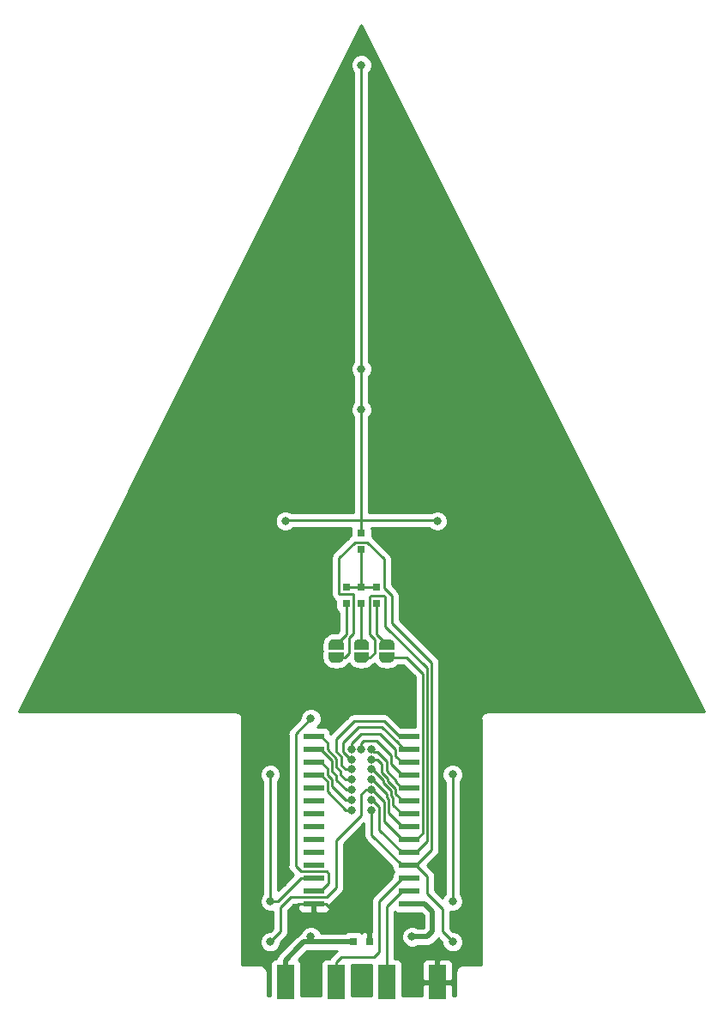
<source format=gbl>
G04 #@! TF.GenerationSoftware,KiCad,Pcbnew,(5.0.2)-1*
G04 #@! TF.CreationDate,2019-02-13T23:32:08+09:00*
G04 #@! TF.ProjectId,Tree,54726565-2e6b-4696-9361-645f70636258,rev?*
G04 #@! TF.SameCoordinates,Original*
G04 #@! TF.FileFunction,Copper,L2,Bot*
G04 #@! TF.FilePolarity,Positive*
%FSLAX46Y46*%
G04 Gerber Fmt 4.6, Leading zero omitted, Abs format (unit mm)*
G04 Created by KiCad (PCBNEW (5.0.2)-1) date 2019/02/13 23:32:08*
%MOMM*%
%LPD*%
G01*
G04 APERTURE LIST*
G04 #@! TA.AperFunction,SMDPad,CuDef*
%ADD10R,2.000000X0.600000*%
G04 #@! TD*
G04 #@! TA.AperFunction,SMDPad,CuDef*
%ADD11C,0.500000*%
G04 #@! TD*
G04 #@! TA.AperFunction,Conductor*
%ADD12C,0.100000*%
G04 #@! TD*
G04 #@! TA.AperFunction,SMDPad,CuDef*
%ADD13R,0.800000X0.800000*%
G04 #@! TD*
G04 #@! TA.AperFunction,SMDPad,CuDef*
%ADD14R,1.800000X3.400000*%
G04 #@! TD*
G04 #@! TA.AperFunction,ViaPad*
%ADD15C,0.800000*%
G04 #@! TD*
G04 #@! TA.AperFunction,Conductor*
%ADD16C,0.500000*%
G04 #@! TD*
G04 #@! TA.AperFunction,Conductor*
%ADD17C,0.250000*%
G04 #@! TD*
G04 #@! TA.AperFunction,Conductor*
%ADD18C,0.254000*%
G04 #@! TD*
G04 APERTURE END LIST*
D10*
G04 #@! TO.P,U1,1*
G04 #@! TO.N,GND*
X125300000Y-143255000D03*
G04 #@! TO.P,U1,2*
G04 #@! TO.N,Net-(D1-Pad1)*
X125300000Y-141985000D03*
G04 #@! TO.P,U1,3*
G04 #@! TO.N,Net-(D16-Pad1)*
X125300000Y-140715000D03*
G04 #@! TO.P,U1,4*
G04 #@! TO.N,Net-(U1-Pad4)*
X125300000Y-139445000D03*
G04 #@! TO.P,U1,5*
G04 #@! TO.N,Net-(U1-Pad5)*
X125300000Y-138175000D03*
G04 #@! TO.P,U1,6*
G04 #@! TO.N,Net-(U1-Pad6)*
X125300000Y-136905000D03*
G04 #@! TO.P,U1,7*
G04 #@! TO.N,Net-(U1-Pad7)*
X125300000Y-135635000D03*
G04 #@! TO.P,U1,8*
G04 #@! TO.N,Net-(U1-Pad8)*
X125300000Y-134365000D03*
G04 #@! TO.P,U1,9*
G04 #@! TO.N,Net-(U1-Pad9)*
X125300000Y-133095000D03*
G04 #@! TO.P,U1,10*
G04 #@! TO.N,Net-(U1-Pad10)*
X125300000Y-131825000D03*
G04 #@! TO.P,U1,11*
G04 #@! TO.N,Net-(D15-Pad2)*
X125300000Y-130555000D03*
G04 #@! TO.P,U1,12*
G04 #@! TO.N,Net-(D14-Pad2)*
X125300000Y-129285000D03*
G04 #@! TO.P,U1,13*
G04 #@! TO.N,Net-(D13-Pad2)*
X125300000Y-128015000D03*
G04 #@! TO.P,U1,14*
G04 #@! TO.N,Net-(D12-Pad2)*
X125300000Y-126745000D03*
G04 #@! TO.P,U1,15*
G04 #@! TO.N,Net-(D11-Pad2)*
X134700000Y-126745000D03*
G04 #@! TO.P,U1,16*
G04 #@! TO.N,Net-(D10-Pad2)*
X134700000Y-128015000D03*
G04 #@! TO.P,U1,17*
G04 #@! TO.N,Net-(D9-Pad2)*
X134700000Y-129285000D03*
G04 #@! TO.P,U1,18*
G04 #@! TO.N,Net-(D8-Pad2)*
X134700000Y-130555000D03*
G04 #@! TO.P,U1,19*
G04 #@! TO.N,Net-(D7-Pad2)*
X134700000Y-131825000D03*
G04 #@! TO.P,U1,20*
G04 #@! TO.N,Net-(D6-Pad2)*
X134700000Y-133095000D03*
G04 #@! TO.P,U1,21*
G04 #@! TO.N,Net-(D5-Pad2)*
X134700000Y-134365000D03*
G04 #@! TO.P,U1,22*
G04 #@! TO.N,Net-(D19-Pad2)*
X134700000Y-135635000D03*
G04 #@! TO.P,U1,23*
G04 #@! TO.N,Net-(D18-Pad2)*
X134700000Y-136905000D03*
G04 #@! TO.P,U1,24*
G04 #@! TO.N,Net-(D17-Pad2)*
X134700000Y-138175000D03*
G04 #@! TO.P,U1,25*
G04 #@! TO.N,Net-(D1-Pad2)*
X134700000Y-139445000D03*
G04 #@! TO.P,U1,26*
G04 #@! TO.N,SCL*
X134700000Y-140715000D03*
G04 #@! TO.P,U1,27*
G04 #@! TO.N,SDA*
X134700000Y-141985000D03*
G04 #@! TO.P,U1,28*
G04 #@! TO.N,+5V*
X134700000Y-143255000D03*
G04 #@! TD*
D11*
G04 #@! TO.P,JP3,1*
G04 #@! TO.N,Net-(JP3-Pad1)*
X132500000Y-117650000D03*
D12*
G04 #@! TD*
G04 #@! TO.N,Net-(JP3-Pad1)*
G04 #@! TO.C,JP3*
G36*
X131750000Y-118150000D02*
X131750000Y-117650000D01*
X131750602Y-117650000D01*
X131750602Y-117625466D01*
X131755412Y-117576635D01*
X131764984Y-117528510D01*
X131779228Y-117481555D01*
X131798005Y-117436222D01*
X131821136Y-117392949D01*
X131848396Y-117352150D01*
X131879524Y-117314221D01*
X131914221Y-117279524D01*
X131952150Y-117248396D01*
X131992949Y-117221136D01*
X132036222Y-117198005D01*
X132081555Y-117179228D01*
X132128510Y-117164984D01*
X132176635Y-117155412D01*
X132225466Y-117150602D01*
X132250000Y-117150602D01*
X132250000Y-117150000D01*
X132750000Y-117150000D01*
X132750000Y-117150602D01*
X132774534Y-117150602D01*
X132823365Y-117155412D01*
X132871490Y-117164984D01*
X132918445Y-117179228D01*
X132963778Y-117198005D01*
X133007051Y-117221136D01*
X133047850Y-117248396D01*
X133085779Y-117279524D01*
X133120476Y-117314221D01*
X133151604Y-117352150D01*
X133178864Y-117392949D01*
X133201995Y-117436222D01*
X133220772Y-117481555D01*
X133235016Y-117528510D01*
X133244588Y-117576635D01*
X133249398Y-117625466D01*
X133249398Y-117650000D01*
X133250000Y-117650000D01*
X133250000Y-118150000D01*
X131750000Y-118150000D01*
X131750000Y-118150000D01*
G37*
D11*
G04 #@! TO.P,JP3,2*
G04 #@! TO.N,Net-(D18-Pad2)*
X132500000Y-118950000D03*
D12*
G04 #@! TD*
G04 #@! TO.N,Net-(D18-Pad2)*
G04 #@! TO.C,JP3*
G36*
X133249398Y-118950000D02*
X133249398Y-118974534D01*
X133244588Y-119023365D01*
X133235016Y-119071490D01*
X133220772Y-119118445D01*
X133201995Y-119163778D01*
X133178864Y-119207051D01*
X133151604Y-119247850D01*
X133120476Y-119285779D01*
X133085779Y-119320476D01*
X133047850Y-119351604D01*
X133007051Y-119378864D01*
X132963778Y-119401995D01*
X132918445Y-119420772D01*
X132871490Y-119435016D01*
X132823365Y-119444588D01*
X132774534Y-119449398D01*
X132750000Y-119449398D01*
X132750000Y-119450000D01*
X132250000Y-119450000D01*
X132250000Y-119449398D01*
X132225466Y-119449398D01*
X132176635Y-119444588D01*
X132128510Y-119435016D01*
X132081555Y-119420772D01*
X132036222Y-119401995D01*
X131992949Y-119378864D01*
X131952150Y-119351604D01*
X131914221Y-119320476D01*
X131879524Y-119285779D01*
X131848396Y-119247850D01*
X131821136Y-119207051D01*
X131798005Y-119163778D01*
X131779228Y-119118445D01*
X131764984Y-119071490D01*
X131755412Y-119023365D01*
X131750602Y-118974534D01*
X131750602Y-118950000D01*
X131750000Y-118950000D01*
X131750000Y-118450000D01*
X133250000Y-118450000D01*
X133250000Y-118950000D01*
X133249398Y-118950000D01*
X133249398Y-118950000D01*
G37*
D13*
G04 #@! TO.P,C1,1*
G04 #@! TO.N,+5V*
X129200000Y-147000000D03*
G04 #@! TO.P,C1,2*
G04 #@! TO.N,GND*
X130800000Y-147000000D03*
G04 #@! TD*
D11*
G04 #@! TO.P,JP1,1*
G04 #@! TO.N,Net-(JP1-Pad1)*
X127500000Y-117650000D03*
D12*
G04 #@! TD*
G04 #@! TO.N,Net-(JP1-Pad1)*
G04 #@! TO.C,JP1*
G36*
X126750000Y-118150000D02*
X126750000Y-117650000D01*
X126750602Y-117650000D01*
X126750602Y-117625466D01*
X126755412Y-117576635D01*
X126764984Y-117528510D01*
X126779228Y-117481555D01*
X126798005Y-117436222D01*
X126821136Y-117392949D01*
X126848396Y-117352150D01*
X126879524Y-117314221D01*
X126914221Y-117279524D01*
X126952150Y-117248396D01*
X126992949Y-117221136D01*
X127036222Y-117198005D01*
X127081555Y-117179228D01*
X127128510Y-117164984D01*
X127176635Y-117155412D01*
X127225466Y-117150602D01*
X127250000Y-117150602D01*
X127250000Y-117150000D01*
X127750000Y-117150000D01*
X127750000Y-117150602D01*
X127774534Y-117150602D01*
X127823365Y-117155412D01*
X127871490Y-117164984D01*
X127918445Y-117179228D01*
X127963778Y-117198005D01*
X128007051Y-117221136D01*
X128047850Y-117248396D01*
X128085779Y-117279524D01*
X128120476Y-117314221D01*
X128151604Y-117352150D01*
X128178864Y-117392949D01*
X128201995Y-117436222D01*
X128220772Y-117481555D01*
X128235016Y-117528510D01*
X128244588Y-117576635D01*
X128249398Y-117625466D01*
X128249398Y-117650000D01*
X128250000Y-117650000D01*
X128250000Y-118150000D01*
X126750000Y-118150000D01*
X126750000Y-118150000D01*
G37*
D11*
G04 #@! TO.P,JP1,2*
G04 #@! TO.N,Net-(D1-Pad2)*
X127500000Y-118950000D03*
D12*
G04 #@! TD*
G04 #@! TO.N,Net-(D1-Pad2)*
G04 #@! TO.C,JP1*
G36*
X128249398Y-118950000D02*
X128249398Y-118974534D01*
X128244588Y-119023365D01*
X128235016Y-119071490D01*
X128220772Y-119118445D01*
X128201995Y-119163778D01*
X128178864Y-119207051D01*
X128151604Y-119247850D01*
X128120476Y-119285779D01*
X128085779Y-119320476D01*
X128047850Y-119351604D01*
X128007051Y-119378864D01*
X127963778Y-119401995D01*
X127918445Y-119420772D01*
X127871490Y-119435016D01*
X127823365Y-119444588D01*
X127774534Y-119449398D01*
X127750000Y-119449398D01*
X127750000Y-119450000D01*
X127250000Y-119450000D01*
X127250000Y-119449398D01*
X127225466Y-119449398D01*
X127176635Y-119444588D01*
X127128510Y-119435016D01*
X127081555Y-119420772D01*
X127036222Y-119401995D01*
X126992949Y-119378864D01*
X126952150Y-119351604D01*
X126914221Y-119320476D01*
X126879524Y-119285779D01*
X126848396Y-119247850D01*
X126821136Y-119207051D01*
X126798005Y-119163778D01*
X126779228Y-119118445D01*
X126764984Y-119071490D01*
X126755412Y-119023365D01*
X126750602Y-118974534D01*
X126750602Y-118950000D01*
X126750000Y-118950000D01*
X126750000Y-118450000D01*
X128250000Y-118450000D01*
X128250000Y-118950000D01*
X128249398Y-118950000D01*
X128249398Y-118950000D01*
G37*
D11*
G04 #@! TO.P,JP2,2*
G04 #@! TO.N,Net-(D17-Pad2)*
X130000000Y-118950000D03*
D12*
G04 #@! TD*
G04 #@! TO.N,Net-(D17-Pad2)*
G04 #@! TO.C,JP2*
G36*
X130749398Y-118950000D02*
X130749398Y-118974534D01*
X130744588Y-119023365D01*
X130735016Y-119071490D01*
X130720772Y-119118445D01*
X130701995Y-119163778D01*
X130678864Y-119207051D01*
X130651604Y-119247850D01*
X130620476Y-119285779D01*
X130585779Y-119320476D01*
X130547850Y-119351604D01*
X130507051Y-119378864D01*
X130463778Y-119401995D01*
X130418445Y-119420772D01*
X130371490Y-119435016D01*
X130323365Y-119444588D01*
X130274534Y-119449398D01*
X130250000Y-119449398D01*
X130250000Y-119450000D01*
X129750000Y-119450000D01*
X129750000Y-119449398D01*
X129725466Y-119449398D01*
X129676635Y-119444588D01*
X129628510Y-119435016D01*
X129581555Y-119420772D01*
X129536222Y-119401995D01*
X129492949Y-119378864D01*
X129452150Y-119351604D01*
X129414221Y-119320476D01*
X129379524Y-119285779D01*
X129348396Y-119247850D01*
X129321136Y-119207051D01*
X129298005Y-119163778D01*
X129279228Y-119118445D01*
X129264984Y-119071490D01*
X129255412Y-119023365D01*
X129250602Y-118974534D01*
X129250602Y-118950000D01*
X129250000Y-118950000D01*
X129250000Y-118450000D01*
X130750000Y-118450000D01*
X130750000Y-118950000D01*
X130749398Y-118950000D01*
X130749398Y-118950000D01*
G37*
D11*
G04 #@! TO.P,JP2,1*
G04 #@! TO.N,Net-(JP2-Pad1)*
X130000000Y-117650000D03*
D12*
G04 #@! TD*
G04 #@! TO.N,Net-(JP2-Pad1)*
G04 #@! TO.C,JP2*
G36*
X129250000Y-118150000D02*
X129250000Y-117650000D01*
X129250602Y-117650000D01*
X129250602Y-117625466D01*
X129255412Y-117576635D01*
X129264984Y-117528510D01*
X129279228Y-117481555D01*
X129298005Y-117436222D01*
X129321136Y-117392949D01*
X129348396Y-117352150D01*
X129379524Y-117314221D01*
X129414221Y-117279524D01*
X129452150Y-117248396D01*
X129492949Y-117221136D01*
X129536222Y-117198005D01*
X129581555Y-117179228D01*
X129628510Y-117164984D01*
X129676635Y-117155412D01*
X129725466Y-117150602D01*
X129750000Y-117150602D01*
X129750000Y-117150000D01*
X130250000Y-117150000D01*
X130250000Y-117150602D01*
X130274534Y-117150602D01*
X130323365Y-117155412D01*
X130371490Y-117164984D01*
X130418445Y-117179228D01*
X130463778Y-117198005D01*
X130507051Y-117221136D01*
X130547850Y-117248396D01*
X130585779Y-117279524D01*
X130620476Y-117314221D01*
X130651604Y-117352150D01*
X130678864Y-117392949D01*
X130701995Y-117436222D01*
X130720772Y-117481555D01*
X130735016Y-117528510D01*
X130744588Y-117576635D01*
X130749398Y-117625466D01*
X130749398Y-117650000D01*
X130750000Y-117650000D01*
X130750000Y-118150000D01*
X129250000Y-118150000D01*
X129250000Y-118150000D01*
G37*
D13*
G04 #@! TO.P,R1,1*
G04 #@! TO.N,Net-(JP1-Pad1)*
X128500000Y-113600000D03*
G04 #@! TO.P,R1,2*
G04 #@! TO.N,Net-(D20-Pad1)*
X128500000Y-112000000D03*
G04 #@! TD*
G04 #@! TO.P,R2,2*
G04 #@! TO.N,Net-(D20-Pad1)*
X130000000Y-112000000D03*
G04 #@! TO.P,R2,1*
G04 #@! TO.N,Net-(JP2-Pad1)*
X130000000Y-113600000D03*
G04 #@! TD*
G04 #@! TO.P,R3,1*
G04 #@! TO.N,Net-(JP3-Pad1)*
X131500000Y-113600000D03*
G04 #@! TO.P,R3,2*
G04 #@! TO.N,Net-(D20-Pad1)*
X131500000Y-112000000D03*
G04 #@! TD*
D14*
G04 #@! TO.P,TP5,1*
G04 #@! TO.N,+5V*
X122500000Y-151000000D03*
G04 #@! TD*
G04 #@! TO.P,TP6,1*
G04 #@! TO.N,SCL*
X127500000Y-151000000D03*
G04 #@! TD*
G04 #@! TO.P,TP7,1*
G04 #@! TO.N,SDA*
X132500000Y-151000000D03*
G04 #@! TD*
G04 #@! TO.P,TP8,1*
G04 #@! TO.N,GND*
X137500000Y-151000000D03*
G04 #@! TD*
D13*
G04 #@! TO.P,D20,2*
G04 #@! TO.N,Net-(D1-Pad1)*
X130000000Y-106700000D03*
G04 #@! TO.P,D20,1*
G04 #@! TO.N,Net-(D20-Pad1)*
X130000000Y-108300000D03*
G04 #@! TD*
D15*
G04 #@! TO.N,+5V*
X125000000Y-146500000D03*
X135000000Y-146500000D03*
X122500000Y-151000000D03*
G04 #@! TO.N,GND*
X130000000Y-151000000D03*
X125000000Y-151000000D03*
X135000000Y-151000000D03*
X137500000Y-151000000D03*
G04 #@! TO.N,Net-(D1-Pad1)*
X122500000Y-105500000D03*
X137500000Y-105500000D03*
X130000000Y-94500000D03*
X130000000Y-60500000D03*
X130000000Y-90500000D03*
X125000000Y-125000000D03*
G04 #@! TO.N,Net-(D1-Pad2)*
X131000000Y-134000000D03*
X139000000Y-147000000D03*
G04 #@! TO.N,Net-(D5-Pad2)*
X131000000Y-130000000D03*
G04 #@! TO.N,Net-(D6-Pad2)*
X131000000Y-129000000D03*
G04 #@! TO.N,Net-(D7-Pad2)*
X131000000Y-128000000D03*
G04 #@! TO.N,Net-(D8-Pad2)*
X130000000Y-128000000D03*
G04 #@! TO.N,Net-(D9-Pad2)*
X129000000Y-128000000D03*
G04 #@! TO.N,Net-(D10-Pad2)*
X129000000Y-129000000D03*
G04 #@! TO.N,Net-(D11-Pad2)*
X129000000Y-130000000D03*
G04 #@! TO.N,SCL*
X127500000Y-151000000D03*
G04 #@! TO.N,SDA*
X132500000Y-151000000D03*
G04 #@! TO.N,Net-(D17-Pad2)*
X131000000Y-133000000D03*
G04 #@! TO.N,Net-(D18-Pad2)*
X131000000Y-132000000D03*
X121000000Y-147000000D03*
G04 #@! TO.N,Net-(D19-Pad2)*
X131000000Y-131000000D03*
G04 #@! TO.N,Net-(D12-Pad2)*
X129000000Y-131000000D03*
G04 #@! TO.N,Net-(D13-Pad2)*
X129000000Y-132000000D03*
G04 #@! TO.N,Net-(D14-Pad2)*
X129000000Y-133000000D03*
G04 #@! TO.N,Net-(D15-Pad2)*
X129000000Y-134000000D03*
G04 #@! TO.N,Net-(D16-Pad1)*
X121000000Y-143000000D03*
X139000000Y-130500000D03*
X121000000Y-130500000D03*
X139000000Y-143000000D03*
G04 #@! TD*
D16*
G04 #@! TO.N,+5V*
X122500000Y-151000000D02*
X122500000Y-151000000D01*
X122500000Y-151000000D02*
X122500000Y-148800000D01*
X122500000Y-148800000D02*
X123800000Y-147500000D01*
X122500000Y-151000000D02*
X122500000Y-151000000D01*
X123800000Y-147500000D02*
X124300000Y-147000000D01*
X125000000Y-147000000D02*
X124300000Y-147000000D01*
X129200000Y-147000000D02*
X125000000Y-147000000D01*
X136500000Y-146500000D02*
X135000000Y-146500000D01*
X137000000Y-146000000D02*
X136500000Y-146500000D01*
X137000000Y-144000000D02*
X137000000Y-146000000D01*
X134700000Y-143255000D02*
X136255000Y-143255000D01*
X136255000Y-143255000D02*
X137000000Y-144000000D01*
X125000000Y-147000000D02*
X125000000Y-146500000D01*
G04 #@! TO.N,GND*
X130800000Y-145600000D02*
X130450000Y-145250000D01*
X130800000Y-146500000D02*
X130800000Y-145600000D01*
D17*
X128495000Y-145250000D02*
X126500000Y-143255000D01*
D16*
X130450000Y-145250000D02*
X128495000Y-145250000D01*
D17*
X125300000Y-143255000D02*
X126500000Y-143255000D01*
X125300000Y-143255000D02*
X123800000Y-143255000D01*
X123800000Y-143255000D02*
X123055000Y-144000000D01*
G04 #@! TO.N,Net-(D1-Pad1)*
X130000000Y-105400000D02*
X122600000Y-105400000D01*
X122600000Y-105400000D02*
X122500000Y-105500000D01*
X130000000Y-105400000D02*
X137400000Y-105400000D01*
X137400000Y-105400000D02*
X137500000Y-105500000D01*
X130000000Y-106700000D02*
X130000000Y-105400000D01*
X130000000Y-94500000D02*
X130000000Y-105400000D01*
X130000000Y-90500000D02*
X130000000Y-94500000D01*
X123500000Y-126500000D02*
X125000000Y-125000000D01*
X123500000Y-127000000D02*
X123500000Y-126500000D01*
X123500000Y-127000000D02*
X123500000Y-126659998D01*
X126000000Y-141985000D02*
X125300000Y-141985000D01*
X123500000Y-139530002D02*
X124039999Y-140070001D01*
X124039999Y-140070001D02*
X126540003Y-140070001D01*
X126540003Y-140070001D02*
X126750000Y-140279998D01*
X123500000Y-127000000D02*
X123500000Y-139530002D01*
X126750000Y-140279998D02*
X126750000Y-141235000D01*
X126750000Y-141235000D02*
X126000000Y-141985000D01*
X130000000Y-90500000D02*
X130000000Y-60500000D01*
G04 #@! TO.N,Net-(D1-Pad2)*
X134700000Y-139445000D02*
X134000000Y-139445000D01*
X131000000Y-136445000D02*
X131000000Y-134565685D01*
X134000000Y-139445000D02*
X131000000Y-136445000D01*
X131000000Y-134565685D02*
X131000000Y-134000000D01*
X135400000Y-139445000D02*
X134700000Y-139445000D01*
X136925021Y-137919979D02*
X135400000Y-139445000D01*
X136925021Y-134500000D02*
X136925021Y-137919979D01*
X136925021Y-119500000D02*
X136925021Y-134500000D01*
X129225001Y-112660001D02*
X129160001Y-112725001D01*
X129225001Y-116561409D02*
X129225001Y-112660001D01*
X128750000Y-117036410D02*
X129225001Y-116561409D01*
X128750000Y-118547592D02*
X128750000Y-117036410D01*
X128347592Y-118950000D02*
X128750000Y-118547592D01*
X127774999Y-112660001D02*
X127774999Y-109139999D01*
X130550000Y-107574999D02*
X132225001Y-109250000D01*
X127500000Y-118950000D02*
X128347592Y-118950000D01*
X127839999Y-112725001D02*
X127774999Y-112660001D01*
X127774999Y-109139999D02*
X129339999Y-107574999D01*
X129160001Y-112725001D02*
X127839999Y-112725001D01*
X132225001Y-109250000D02*
X132225001Y-112088591D01*
X129339999Y-107574999D02*
X130550000Y-107574999D01*
X132225001Y-112088591D02*
X133000000Y-112863590D01*
X133000000Y-112863590D02*
X133000000Y-115574979D01*
X133000000Y-115574979D02*
X136925021Y-119500000D01*
X135445000Y-139445000D02*
X134700000Y-139445000D01*
X138000000Y-146000000D02*
X139000000Y-147000000D01*
X138000000Y-143750000D02*
X138000000Y-146000000D01*
X136500000Y-142250000D02*
X138000000Y-143750000D01*
X136500000Y-140545000D02*
X136500000Y-142250000D01*
X135400000Y-139445000D02*
X136500000Y-140545000D01*
G04 #@! TO.N,Net-(D5-Pad2)*
X132175013Y-131329172D02*
X132175013Y-131102009D01*
X132924988Y-132079148D02*
X132175013Y-131329172D01*
X132924988Y-132571401D02*
X132924988Y-132079148D01*
X133125038Y-132771451D02*
X132924988Y-132571401D01*
X133125038Y-133490038D02*
X133125038Y-132771451D01*
X134700000Y-134365000D02*
X134000000Y-134365000D01*
X134000000Y-134365000D02*
X133125038Y-133490038D01*
X132175013Y-131102009D02*
X131073004Y-130000000D01*
X131073004Y-130000000D02*
X131000000Y-130000000D01*
G04 #@! TO.N,Net-(D6-Pad2)*
X134084998Y-133095000D02*
X134700000Y-133095000D01*
X133374999Y-132385001D02*
X134084998Y-133095000D01*
X133374999Y-131892747D02*
X133374999Y-132385001D01*
X132000000Y-130290585D02*
X132625024Y-130915609D01*
X132625024Y-130915609D02*
X132625024Y-131142772D01*
X132625024Y-131142772D02*
X133374999Y-131892747D01*
X131000000Y-129000000D02*
X131565685Y-129000000D01*
X132000000Y-129434315D02*
X132000000Y-130290585D01*
X131565685Y-129000000D02*
X132000000Y-129434315D01*
G04 #@! TO.N,Net-(D7-Pad2)*
X132474978Y-130129153D02*
X133450000Y-131104175D01*
X134000000Y-131825000D02*
X134700000Y-131825000D01*
X133450000Y-131104175D02*
X133450000Y-131275000D01*
X133450000Y-131275000D02*
X134000000Y-131825000D01*
X131549977Y-128274999D02*
X132474978Y-129200000D01*
X131274999Y-128274999D02*
X131549977Y-128274999D01*
X131000000Y-128000000D02*
X131274999Y-128274999D01*
X132474978Y-129200000D02*
X132474978Y-130129153D01*
G04 #@! TO.N,Net-(D8-Pad2)*
X134000000Y-130555000D02*
X134700000Y-130555000D01*
X130000000Y-128000000D02*
X130000000Y-127434315D01*
X130000000Y-127434315D02*
X130250000Y-127184315D01*
X130250000Y-127184315D02*
X131509303Y-127184315D01*
X131509303Y-127184315D02*
X132924988Y-128600000D01*
X132924988Y-128600000D02*
X132924988Y-129479988D01*
X132924988Y-129479988D02*
X134000000Y-130555000D01*
G04 #@! TO.N,Net-(D9-Pad2)*
X134700000Y-129285000D02*
X134000000Y-129285000D01*
X129000000Y-128000000D02*
X129000000Y-127434315D01*
X129934315Y-126500000D02*
X131848592Y-126500000D01*
X134000000Y-129285000D02*
X133374999Y-128659999D01*
X133374999Y-128659999D02*
X133374999Y-128026407D01*
X133374999Y-128026407D02*
X131848592Y-126500000D01*
X129000000Y-127434315D02*
X129934315Y-126500000D01*
G04 #@! TO.N,Net-(D10-Pad2)*
X129700000Y-125800000D02*
X128176998Y-127323002D01*
X128176998Y-127323002D02*
X128176998Y-128250000D01*
X128926998Y-129000000D02*
X129000000Y-129000000D01*
X128176998Y-128250000D02*
X128926998Y-129000000D01*
X131800000Y-125800000D02*
X129700000Y-125800000D01*
X131800000Y-125800000D02*
X132000000Y-125800000D01*
X134700000Y-128015000D02*
X134215000Y-128015000D01*
X134215000Y-128015000D02*
X133570001Y-127370001D01*
X132000000Y-125800000D02*
X133570001Y-127370001D01*
X133570001Y-127370001D02*
X133400000Y-127200000D01*
G04 #@! TO.N,Net-(D11-Pad2)*
X133745000Y-126745000D02*
X134700000Y-126745000D01*
X132250000Y-125250000D02*
X133745000Y-126745000D01*
X129250000Y-125250000D02*
X132250000Y-125250000D01*
X129000000Y-130000000D02*
X128434315Y-130000000D01*
X128040587Y-129606272D02*
X128040587Y-128750000D01*
X128434315Y-130000000D02*
X128040587Y-129606272D01*
X128040587Y-128750000D02*
X127500000Y-128209413D01*
X127500000Y-128209413D02*
X127500000Y-127000000D01*
X127500000Y-127000000D02*
X129250000Y-125250000D01*
G04 #@! TO.N,Net-(JP1-Pad1)*
X128500000Y-116650000D02*
X127500000Y-117650000D01*
X128500000Y-113600000D02*
X128500000Y-116650000D01*
G04 #@! TO.N,Net-(JP2-Pad1)*
X130000000Y-113600000D02*
X130000000Y-117650000D01*
G04 #@! TO.N,Net-(JP3-Pad1)*
X131500000Y-116650000D02*
X132500000Y-117650000D01*
X131500000Y-113600000D02*
X131500000Y-116650000D01*
G04 #@! TO.N,SCL*
X134000000Y-140715000D02*
X131750000Y-142965000D01*
X134700000Y-140715000D02*
X134000000Y-140715000D01*
X127500000Y-151000000D02*
X127500000Y-151000000D01*
X127500000Y-149050000D02*
X128050000Y-148500000D01*
X127500000Y-151000000D02*
X127500000Y-149050000D01*
X131250000Y-148500000D02*
X131750000Y-148000000D01*
X128050000Y-148500000D02*
X131250000Y-148500000D01*
X131750000Y-142965000D02*
X131750000Y-148000000D01*
G04 #@! TO.N,SDA*
X132500000Y-149050000D02*
X132500000Y-151000000D01*
X132500000Y-143485000D02*
X132500000Y-149050000D01*
X134000000Y-141985000D02*
X132500000Y-143485000D01*
X134700000Y-141985000D02*
X134000000Y-141985000D01*
G04 #@! TO.N,Net-(D17-Pad2)*
X134000000Y-138175000D02*
X134700000Y-138175000D01*
X131000000Y-133000000D02*
X131073004Y-133000000D01*
X131775009Y-135950009D02*
X134000000Y-138175000D01*
X131775009Y-133702005D02*
X131775009Y-135950009D01*
X131073004Y-133000000D02*
X131775009Y-133702005D01*
X131297592Y-118500000D02*
X130847592Y-118950000D01*
X131297592Y-117184274D02*
X131297592Y-118500000D01*
X130774999Y-116661681D02*
X131297592Y-117184274D01*
X132249998Y-112874999D02*
X130900000Y-112874999D01*
X135400000Y-138175000D02*
X136475011Y-137099989D01*
X130847592Y-118950000D02*
X130000000Y-118950000D01*
X134700000Y-138175000D02*
X135400000Y-138175000D01*
X136475011Y-137099989D02*
X136475011Y-120000000D01*
X130900000Y-112874999D02*
X130774999Y-113000000D01*
X132374999Y-115899988D02*
X132374999Y-113000000D01*
X130774999Y-113000000D02*
X130774999Y-116661681D01*
X136475011Y-120000000D02*
X132374999Y-115899988D01*
X132374999Y-113000000D02*
X132249998Y-112874999D01*
G04 #@! TO.N,Net-(D18-Pad2)*
X134000000Y-136905000D02*
X132225019Y-135130019D01*
X134700000Y-136905000D02*
X134000000Y-136905000D01*
X131000000Y-132000000D02*
X131080765Y-132000000D01*
X131080765Y-132000000D02*
X132225019Y-133144254D01*
X132225019Y-135130019D02*
X132225019Y-133144254D01*
X135400000Y-136905000D02*
X134700000Y-136905000D01*
X136025001Y-136279999D02*
X135400000Y-136905000D01*
X136025001Y-120525001D02*
X136025001Y-136279999D01*
X132500000Y-118950000D02*
X134450000Y-118950000D01*
X134450000Y-118950000D02*
X136025001Y-120525001D01*
X130434315Y-132000000D02*
X131000000Y-132000000D01*
X130000000Y-132434315D02*
X130434315Y-132000000D01*
X130000000Y-134500000D02*
X130000000Y-132434315D01*
X126560001Y-142610001D02*
X127500000Y-141670002D01*
X127500000Y-141670002D02*
X127500000Y-137000000D01*
X127500000Y-137000000D02*
X130000000Y-134500000D01*
X123000000Y-142610001D02*
X126560001Y-142610001D01*
X121000000Y-147000000D02*
X122000000Y-146000000D01*
X122000000Y-146000000D02*
X122000000Y-143610001D01*
X122000000Y-143610001D02*
X123000000Y-142610001D01*
G04 #@! TO.N,Net-(D19-Pad2)*
X131073002Y-131000000D02*
X131000000Y-131000000D01*
X134700000Y-135635000D02*
X134000000Y-135635000D01*
X132675028Y-134310028D02*
X132675028Y-132957852D01*
X132675028Y-132957852D02*
X132474977Y-132757801D01*
X134000000Y-135635000D02*
X132675028Y-134310028D01*
X132474977Y-132757801D02*
X132474977Y-132401975D01*
X132474977Y-132401975D02*
X131073002Y-131000000D01*
G04 #@! TO.N,Net-(D12-Pad2)*
X127525020Y-128903610D02*
X126625001Y-128003591D01*
X127525021Y-129727116D02*
X127525020Y-128903610D01*
X128434315Y-131000000D02*
X127975029Y-130540714D01*
X126625001Y-128003591D02*
X126625001Y-127370001D01*
X127975029Y-130540714D02*
X127975029Y-130177124D01*
X127975029Y-130177124D02*
X127525021Y-129727116D01*
X129000000Y-131000000D02*
X128434315Y-131000000D01*
X126625001Y-127370001D02*
X126000000Y-126745000D01*
X126000000Y-126745000D02*
X125300000Y-126745000D01*
G04 #@! TO.N,Net-(D13-Pad2)*
X127075011Y-129090011D02*
X126000000Y-128015000D01*
X127075011Y-130148013D02*
X127075011Y-129090011D01*
X129000000Y-132000000D02*
X128500000Y-132000000D01*
X127525019Y-130598021D02*
X127075011Y-130148013D01*
X127525019Y-131025019D02*
X127525019Y-130598021D01*
X128500000Y-132000000D02*
X127525019Y-131025019D01*
X126000000Y-128015000D02*
X125300000Y-128015000D01*
G04 #@! TO.N,Net-(D14-Pad2)*
X126625001Y-130543591D02*
X126625001Y-129910001D01*
X126625001Y-129910001D02*
X126000000Y-129285000D01*
X126000000Y-129285000D02*
X125300000Y-129285000D01*
X127075011Y-131640696D02*
X127075010Y-130993600D01*
X128434315Y-133000000D02*
X127075011Y-131640696D01*
X129000000Y-133000000D02*
X128434315Y-133000000D01*
X127075010Y-130993600D02*
X126625001Y-130543591D01*
G04 #@! TO.N,Net-(D15-Pad2)*
X126000000Y-130555000D02*
X125300000Y-130555000D01*
X126625001Y-131180001D02*
X126000000Y-130555000D01*
X128434315Y-134000000D02*
X126625001Y-132190686D01*
X126625001Y-132190686D02*
X126625001Y-131180001D01*
X129000000Y-134000000D02*
X128434315Y-134000000D01*
G04 #@! TO.N,Net-(D16-Pad1)*
X139000000Y-130500000D02*
X139000000Y-143000000D01*
X121750000Y-143000000D02*
X121000000Y-143000000D01*
X122750000Y-142000000D02*
X121750000Y-143000000D01*
X124050000Y-140715000D02*
X122765000Y-142000000D01*
X122765000Y-142000000D02*
X122750000Y-142000000D01*
X125300000Y-140715000D02*
X124050000Y-140715000D01*
X121000000Y-130500000D02*
X121000000Y-143000000D01*
G04 #@! TO.N,Net-(D20-Pad1)*
X130000000Y-108300000D02*
X130000000Y-112000000D01*
X128500000Y-112000000D02*
X131500000Y-112000000D01*
G04 #@! TD*
D18*
G04 #@! TO.N,GND*
G36*
X130952560Y-149300000D02*
X130952560Y-152290000D01*
X129047440Y-152290000D01*
X129047440Y-149300000D01*
X129039484Y-149260000D01*
X130960516Y-149260000D01*
X130952560Y-149300000D01*
X130952560Y-149300000D01*
G37*
X130952560Y-149300000D02*
X130952560Y-152290000D01*
X129047440Y-152290000D01*
X129047440Y-149300000D01*
X129039484Y-149260000D01*
X130960516Y-149260000D01*
X130952560Y-149300000D01*
G36*
X163851196Y-124290000D02*
X142569926Y-124290000D01*
X142500000Y-124276091D01*
X142430075Y-124290000D01*
X142430074Y-124290000D01*
X142222972Y-124331195D01*
X141988119Y-124488119D01*
X141831195Y-124722972D01*
X141776091Y-125000000D01*
X141790001Y-125069931D01*
X141790000Y-149290000D01*
X140069925Y-149290000D01*
X140000000Y-149276091D01*
X139930074Y-149290000D01*
X139722972Y-149331195D01*
X139488119Y-149488119D01*
X139331195Y-149722972D01*
X139276091Y-150000000D01*
X139290000Y-150069925D01*
X139290001Y-152290000D01*
X139035000Y-152290000D01*
X139035000Y-151285750D01*
X138876250Y-151127000D01*
X137627000Y-151127000D01*
X137627000Y-151147000D01*
X137373000Y-151147000D01*
X137373000Y-151127000D01*
X136123750Y-151127000D01*
X135965000Y-151285750D01*
X135965000Y-152290000D01*
X134047440Y-152290000D01*
X134047440Y-149300000D01*
X134022316Y-149173691D01*
X135965000Y-149173691D01*
X135965000Y-150714250D01*
X136123750Y-150873000D01*
X137373000Y-150873000D01*
X137373000Y-148823750D01*
X137627000Y-148823750D01*
X137627000Y-150873000D01*
X138876250Y-150873000D01*
X139035000Y-150714250D01*
X139035000Y-149173691D01*
X138938327Y-148940302D01*
X138759699Y-148761673D01*
X138526310Y-148665000D01*
X137785750Y-148665000D01*
X137627000Y-148823750D01*
X137373000Y-148823750D01*
X137214250Y-148665000D01*
X136473690Y-148665000D01*
X136240301Y-148761673D01*
X136061673Y-148940302D01*
X135965000Y-149173691D01*
X134022316Y-149173691D01*
X133998157Y-149052235D01*
X133857809Y-148842191D01*
X133647765Y-148701843D01*
X133400000Y-148652560D01*
X133260000Y-148652560D01*
X133260000Y-144024709D01*
X133452235Y-144153157D01*
X133700000Y-144202440D01*
X135700000Y-144202440D01*
X135909241Y-144160820D01*
X136115000Y-144366579D01*
X136115001Y-145615000D01*
X135568007Y-145615000D01*
X135205874Y-145465000D01*
X134794126Y-145465000D01*
X134413720Y-145622569D01*
X134122569Y-145913720D01*
X133965000Y-146294126D01*
X133965000Y-146705874D01*
X134122569Y-147086280D01*
X134413720Y-147377431D01*
X134794126Y-147535000D01*
X135205874Y-147535000D01*
X135568007Y-147385000D01*
X136412839Y-147385000D01*
X136500000Y-147402337D01*
X136587161Y-147385000D01*
X136587165Y-147385000D01*
X136845310Y-147333652D01*
X137138049Y-147138049D01*
X137187425Y-147064153D01*
X137564153Y-146687425D01*
X137593209Y-146668010D01*
X137965000Y-147039802D01*
X137965000Y-147205874D01*
X138122569Y-147586280D01*
X138413720Y-147877431D01*
X138794126Y-148035000D01*
X139205874Y-148035000D01*
X139586280Y-147877431D01*
X139877431Y-147586280D01*
X140035000Y-147205874D01*
X140035000Y-146794126D01*
X139877431Y-146413720D01*
X139586280Y-146122569D01*
X139205874Y-145965000D01*
X139039802Y-145965000D01*
X138760000Y-145685199D01*
X138760000Y-144020865D01*
X138794126Y-144035000D01*
X139205874Y-144035000D01*
X139586280Y-143877431D01*
X139877431Y-143586280D01*
X140035000Y-143205874D01*
X140035000Y-142794126D01*
X139877431Y-142413720D01*
X139760000Y-142296289D01*
X139760000Y-131203711D01*
X139877431Y-131086280D01*
X140035000Y-130705874D01*
X140035000Y-130294126D01*
X139877431Y-129913720D01*
X139586280Y-129622569D01*
X139205874Y-129465000D01*
X138794126Y-129465000D01*
X138413720Y-129622569D01*
X138122569Y-129913720D01*
X137965000Y-130294126D01*
X137965000Y-130705874D01*
X138122569Y-131086280D01*
X138240000Y-131203711D01*
X138240001Y-142296288D01*
X138122569Y-142413720D01*
X138010084Y-142685282D01*
X137260000Y-141935199D01*
X137260000Y-140619847D01*
X137274888Y-140545000D01*
X137260000Y-140470153D01*
X137260000Y-140470148D01*
X137215904Y-140248463D01*
X137047929Y-139997071D01*
X136984473Y-139954671D01*
X136474802Y-139445000D01*
X137409497Y-138510306D01*
X137472950Y-138467908D01*
X137515348Y-138404455D01*
X137515350Y-138404453D01*
X137640924Y-138216517D01*
X137640925Y-138216516D01*
X137685021Y-137994831D01*
X137685021Y-137994827D01*
X137699909Y-137919980D01*
X137685021Y-137845133D01*
X137685021Y-119574847D01*
X137699909Y-119500000D01*
X137685021Y-119425153D01*
X137685021Y-119425148D01*
X137640925Y-119203463D01*
X137472950Y-118952071D01*
X137409494Y-118909671D01*
X133760000Y-115260178D01*
X133760000Y-112938436D01*
X133774888Y-112863589D01*
X133760000Y-112788742D01*
X133760000Y-112788738D01*
X133715904Y-112567053D01*
X133547929Y-112315661D01*
X133484473Y-112273261D01*
X132985001Y-111773790D01*
X132985001Y-109324846D01*
X132999889Y-109249999D01*
X132985001Y-109175152D01*
X132985001Y-109175148D01*
X132940905Y-108953463D01*
X132772930Y-108702071D01*
X132709474Y-108659671D01*
X131140331Y-107090529D01*
X131097929Y-107027070D01*
X131047440Y-106993334D01*
X131047440Y-106300000D01*
X131019593Y-106160000D01*
X136696289Y-106160000D01*
X136913720Y-106377431D01*
X137294126Y-106535000D01*
X137705874Y-106535000D01*
X138086280Y-106377431D01*
X138377431Y-106086280D01*
X138535000Y-105705874D01*
X138535000Y-105294126D01*
X138377431Y-104913720D01*
X138086280Y-104622569D01*
X137705874Y-104465000D01*
X137294126Y-104465000D01*
X136913720Y-104622569D01*
X136896289Y-104640000D01*
X130760000Y-104640000D01*
X130760000Y-95203711D01*
X130877431Y-95086280D01*
X131035000Y-94705874D01*
X131035000Y-94294126D01*
X130877431Y-93913720D01*
X130760000Y-93796289D01*
X130760000Y-91203711D01*
X130877431Y-91086280D01*
X131035000Y-90705874D01*
X131035000Y-90294126D01*
X130877431Y-89913720D01*
X130760000Y-89796289D01*
X130760000Y-61203711D01*
X130877431Y-61086280D01*
X131035000Y-60705874D01*
X131035000Y-60294126D01*
X130877431Y-59913720D01*
X130586280Y-59622569D01*
X130205874Y-59465000D01*
X129794126Y-59465000D01*
X129413720Y-59622569D01*
X129122569Y-59913720D01*
X128965000Y-60294126D01*
X128965000Y-60705874D01*
X129122569Y-61086280D01*
X129240001Y-61203712D01*
X129240000Y-89796289D01*
X129122569Y-89913720D01*
X128965000Y-90294126D01*
X128965000Y-90705874D01*
X129122569Y-91086280D01*
X129240000Y-91203711D01*
X129240001Y-93796288D01*
X129122569Y-93913720D01*
X128965000Y-94294126D01*
X128965000Y-94705874D01*
X129122569Y-95086280D01*
X129240000Y-95203711D01*
X129240001Y-104640000D01*
X123103711Y-104640000D01*
X123086280Y-104622569D01*
X122705874Y-104465000D01*
X122294126Y-104465000D01*
X121913720Y-104622569D01*
X121622569Y-104913720D01*
X121465000Y-105294126D01*
X121465000Y-105705874D01*
X121622569Y-106086280D01*
X121913720Y-106377431D01*
X122294126Y-106535000D01*
X122705874Y-106535000D01*
X123086280Y-106377431D01*
X123303711Y-106160000D01*
X128980407Y-106160000D01*
X128952560Y-106300000D01*
X128952560Y-106919834D01*
X128792070Y-107027070D01*
X128749670Y-107090526D01*
X127290527Y-108549670D01*
X127227071Y-108592070D01*
X127184671Y-108655526D01*
X127184670Y-108655527D01*
X127059096Y-108843462D01*
X127000111Y-109139999D01*
X127015000Y-109214851D01*
X127014999Y-112585154D01*
X127000111Y-112660001D01*
X127014999Y-112734848D01*
X127014999Y-112734852D01*
X127059095Y-112956537D01*
X127227070Y-113207930D01*
X127266035Y-113233965D01*
X127292070Y-113272930D01*
X127452560Y-113380166D01*
X127452560Y-114000000D01*
X127501843Y-114247765D01*
X127642191Y-114457809D01*
X127740000Y-114523164D01*
X127740001Y-116335197D01*
X127572638Y-116502560D01*
X127250000Y-116502560D01*
X127237894Y-116504968D01*
X127200991Y-116504968D01*
X127074682Y-116517408D01*
X126978549Y-116536530D01*
X126857096Y-116573372D01*
X126766540Y-116610881D01*
X126654603Y-116670713D01*
X126573104Y-116725169D01*
X126474994Y-116805686D01*
X126405686Y-116874994D01*
X126325169Y-116973104D01*
X126270713Y-117054603D01*
X126210881Y-117166540D01*
X126173372Y-117257096D01*
X126136530Y-117378549D01*
X126117408Y-117474682D01*
X126104968Y-117600991D01*
X126104968Y-117637894D01*
X126102560Y-117650000D01*
X126102560Y-118150000D01*
X126132397Y-118300000D01*
X126102560Y-118450000D01*
X126102560Y-118950000D01*
X126104968Y-118962106D01*
X126104968Y-118999009D01*
X126117408Y-119125318D01*
X126136530Y-119221451D01*
X126173372Y-119342904D01*
X126210881Y-119433460D01*
X126270713Y-119545397D01*
X126325169Y-119626896D01*
X126405686Y-119725006D01*
X126474994Y-119794314D01*
X126573104Y-119874831D01*
X126654603Y-119929287D01*
X126766540Y-119989119D01*
X126857096Y-120026628D01*
X126978549Y-120063470D01*
X127074682Y-120082592D01*
X127200991Y-120095032D01*
X127237894Y-120095032D01*
X127250000Y-120097440D01*
X127750000Y-120097440D01*
X127762106Y-120095032D01*
X127799009Y-120095032D01*
X127925318Y-120082592D01*
X128021451Y-120063470D01*
X128142904Y-120026628D01*
X128233460Y-119989119D01*
X128345397Y-119929287D01*
X128426896Y-119874831D01*
X128525006Y-119794314D01*
X128594314Y-119725006D01*
X128642562Y-119666216D01*
X128644129Y-119665904D01*
X128787309Y-119570234D01*
X128825169Y-119626896D01*
X128905686Y-119725006D01*
X128974994Y-119794314D01*
X129073104Y-119874831D01*
X129154603Y-119929287D01*
X129266540Y-119989119D01*
X129357096Y-120026628D01*
X129478549Y-120063470D01*
X129574682Y-120082592D01*
X129700991Y-120095032D01*
X129737894Y-120095032D01*
X129750000Y-120097440D01*
X130250000Y-120097440D01*
X130262106Y-120095032D01*
X130299009Y-120095032D01*
X130425318Y-120082592D01*
X130521451Y-120063470D01*
X130642904Y-120026628D01*
X130733460Y-119989119D01*
X130845397Y-119929287D01*
X130926896Y-119874831D01*
X131025006Y-119794314D01*
X131094314Y-119725006D01*
X131142562Y-119666216D01*
X131144129Y-119665904D01*
X131287309Y-119570234D01*
X131325169Y-119626896D01*
X131405686Y-119725006D01*
X131474994Y-119794314D01*
X131573104Y-119874831D01*
X131654603Y-119929287D01*
X131766540Y-119989119D01*
X131857096Y-120026628D01*
X131978549Y-120063470D01*
X132074682Y-120082592D01*
X132200991Y-120095032D01*
X132237894Y-120095032D01*
X132250000Y-120097440D01*
X132750000Y-120097440D01*
X132762106Y-120095032D01*
X132799009Y-120095032D01*
X132925318Y-120082592D01*
X133021451Y-120063470D01*
X133142904Y-120026628D01*
X133233460Y-119989119D01*
X133345397Y-119929287D01*
X133426896Y-119874831D01*
X133525006Y-119794314D01*
X133594314Y-119725006D01*
X133606629Y-119710000D01*
X134135199Y-119710000D01*
X135265001Y-120839803D01*
X135265001Y-125797560D01*
X133872362Y-125797560D01*
X132840331Y-124765530D01*
X132797929Y-124702071D01*
X132546537Y-124534096D01*
X132324852Y-124490000D01*
X132324847Y-124490000D01*
X132250000Y-124475112D01*
X132175153Y-124490000D01*
X129324848Y-124490000D01*
X129250000Y-124475112D01*
X129175152Y-124490000D01*
X129175148Y-124490000D01*
X129001605Y-124524520D01*
X128953462Y-124534096D01*
X128766418Y-124659076D01*
X128702071Y-124702071D01*
X128659671Y-124765527D01*
X127015528Y-126409671D01*
X126952072Y-126452071D01*
X126947440Y-126459003D01*
X126947440Y-126445000D01*
X126898157Y-126197235D01*
X126757809Y-125987191D01*
X126547765Y-125846843D01*
X126300000Y-125797560D01*
X125666151Y-125797560D01*
X125877431Y-125586280D01*
X126035000Y-125205874D01*
X126035000Y-124794126D01*
X125877431Y-124413720D01*
X125586280Y-124122569D01*
X125205874Y-123965000D01*
X124794126Y-123965000D01*
X124413720Y-124122569D01*
X124122569Y-124413720D01*
X123965000Y-124794126D01*
X123965000Y-124960198D01*
X123015528Y-125909671D01*
X122952072Y-125952071D01*
X122784096Y-126203463D01*
X122740000Y-126425148D01*
X122740000Y-126425153D01*
X122725112Y-126500000D01*
X122740000Y-126574847D01*
X122740000Y-126925149D01*
X122740001Y-139455150D01*
X122725112Y-139530002D01*
X122784097Y-139826539D01*
X122899397Y-139999097D01*
X122952072Y-140077931D01*
X123015528Y-140120331D01*
X123292697Y-140397500D01*
X122310735Y-141379464D01*
X122202071Y-141452071D01*
X122159671Y-141515527D01*
X121760000Y-141915198D01*
X121760000Y-131203711D01*
X121877431Y-131086280D01*
X122035000Y-130705874D01*
X122035000Y-130294126D01*
X121877431Y-129913720D01*
X121586280Y-129622569D01*
X121205874Y-129465000D01*
X120794126Y-129465000D01*
X120413720Y-129622569D01*
X120122569Y-129913720D01*
X119965000Y-130294126D01*
X119965000Y-130705874D01*
X120122569Y-131086280D01*
X120240000Y-131203711D01*
X120240001Y-142296288D01*
X120122569Y-142413720D01*
X119965000Y-142794126D01*
X119965000Y-143205874D01*
X120122569Y-143586280D01*
X120413720Y-143877431D01*
X120794126Y-144035000D01*
X121205874Y-144035000D01*
X121240001Y-144020864D01*
X121240000Y-145685198D01*
X120960199Y-145965000D01*
X120794126Y-145965000D01*
X120413720Y-146122569D01*
X120122569Y-146413720D01*
X119965000Y-146794126D01*
X119965000Y-147205874D01*
X120122569Y-147586280D01*
X120413720Y-147877431D01*
X120794126Y-148035000D01*
X121205874Y-148035000D01*
X121586280Y-147877431D01*
X121877431Y-147586280D01*
X122035000Y-147205874D01*
X122035000Y-147039801D01*
X122484473Y-146590329D01*
X122547929Y-146547929D01*
X122715904Y-146296537D01*
X122760000Y-146074852D01*
X122760000Y-146074848D01*
X122774888Y-146000000D01*
X122760000Y-145925152D01*
X122760000Y-143924802D01*
X123314802Y-143370001D01*
X123665000Y-143370001D01*
X123665000Y-143382002D01*
X123823748Y-143382002D01*
X123665000Y-143540750D01*
X123665000Y-143681310D01*
X123761673Y-143914699D01*
X123940302Y-144093327D01*
X124173691Y-144190000D01*
X125014250Y-144190000D01*
X125173000Y-144031250D01*
X125173000Y-143382000D01*
X125153000Y-143382000D01*
X125153000Y-143370001D01*
X125447000Y-143370001D01*
X125447000Y-143382000D01*
X125427000Y-143382000D01*
X125427000Y-144031250D01*
X125585750Y-144190000D01*
X126426309Y-144190000D01*
X126659698Y-144093327D01*
X126838327Y-143914699D01*
X126935000Y-143681310D01*
X126935000Y-143540750D01*
X126776252Y-143382002D01*
X126935000Y-143382002D01*
X126935000Y-143273478D01*
X127107930Y-143157930D01*
X127150332Y-143094472D01*
X127984476Y-142260329D01*
X128047929Y-142217931D01*
X128090327Y-142154478D01*
X128090329Y-142154476D01*
X128215903Y-141966540D01*
X128215904Y-141966539D01*
X128260000Y-141744854D01*
X128260000Y-141744850D01*
X128274888Y-141670003D01*
X128260000Y-141595156D01*
X128260000Y-137314801D01*
X130240001Y-135334801D01*
X130240000Y-136370153D01*
X130225112Y-136445000D01*
X130240000Y-136519847D01*
X130240000Y-136519851D01*
X130284096Y-136741536D01*
X130452071Y-136992929D01*
X130515530Y-137035331D01*
X133052560Y-139572362D01*
X133052560Y-139745000D01*
X133101843Y-139992765D01*
X133160132Y-140080000D01*
X133101843Y-140167235D01*
X133052560Y-140415000D01*
X133052560Y-140587638D01*
X131265530Y-142374669D01*
X131202071Y-142417071D01*
X131034096Y-142668464D01*
X130990000Y-142890149D01*
X130990000Y-142890153D01*
X130975112Y-142965000D01*
X130990000Y-143039847D01*
X130990001Y-146060749D01*
X130927000Y-146123750D01*
X130927000Y-146873000D01*
X130947000Y-146873000D01*
X130947000Y-147127000D01*
X130927000Y-147127000D01*
X130927000Y-147147000D01*
X130673000Y-147147000D01*
X130673000Y-147127000D01*
X130653000Y-147127000D01*
X130653000Y-146873000D01*
X130673000Y-146873000D01*
X130673000Y-146123750D01*
X130514250Y-145965000D01*
X130273691Y-145965000D01*
X130040302Y-146061673D01*
X129999047Y-146102927D01*
X129847765Y-146001843D01*
X129600000Y-145952560D01*
X128800000Y-145952560D01*
X128552235Y-146001843D01*
X128382885Y-146115000D01*
X125960804Y-146115000D01*
X125877431Y-145913720D01*
X125586280Y-145622569D01*
X125205874Y-145465000D01*
X124794126Y-145465000D01*
X124413720Y-145622569D01*
X124122569Y-145913720D01*
X124023605Y-146152640D01*
X123954690Y-146166348D01*
X123661951Y-146361951D01*
X123612575Y-146435847D01*
X123235848Y-146812574D01*
X123235845Y-146812576D01*
X121935845Y-148112577D01*
X121861952Y-148161951D01*
X121812578Y-148235844D01*
X121812576Y-148235846D01*
X121666348Y-148454691D01*
X121626990Y-148652560D01*
X121600000Y-148652560D01*
X121352235Y-148701843D01*
X121142191Y-148842191D01*
X121001843Y-149052235D01*
X120952560Y-149300000D01*
X120952560Y-152290000D01*
X120710000Y-152290000D01*
X120710000Y-150069925D01*
X120723909Y-150000000D01*
X120668805Y-149722972D01*
X120511881Y-149488119D01*
X120277028Y-149331195D01*
X120069926Y-149290000D01*
X120069925Y-149290000D01*
X120000000Y-149276091D01*
X119930074Y-149290000D01*
X118210000Y-149290000D01*
X118210000Y-125069926D01*
X118223909Y-125000000D01*
X118168805Y-124722972D01*
X118011881Y-124488119D01*
X117777028Y-124331195D01*
X117569926Y-124290000D01*
X117500000Y-124276091D01*
X117430075Y-124290000D01*
X96148804Y-124290000D01*
X130000000Y-56587608D01*
X163851196Y-124290000D01*
X163851196Y-124290000D01*
G37*
X163851196Y-124290000D02*
X142569926Y-124290000D01*
X142500000Y-124276091D01*
X142430075Y-124290000D01*
X142430074Y-124290000D01*
X142222972Y-124331195D01*
X141988119Y-124488119D01*
X141831195Y-124722972D01*
X141776091Y-125000000D01*
X141790001Y-125069931D01*
X141790000Y-149290000D01*
X140069925Y-149290000D01*
X140000000Y-149276091D01*
X139930074Y-149290000D01*
X139722972Y-149331195D01*
X139488119Y-149488119D01*
X139331195Y-149722972D01*
X139276091Y-150000000D01*
X139290000Y-150069925D01*
X139290001Y-152290000D01*
X139035000Y-152290000D01*
X139035000Y-151285750D01*
X138876250Y-151127000D01*
X137627000Y-151127000D01*
X137627000Y-151147000D01*
X137373000Y-151147000D01*
X137373000Y-151127000D01*
X136123750Y-151127000D01*
X135965000Y-151285750D01*
X135965000Y-152290000D01*
X134047440Y-152290000D01*
X134047440Y-149300000D01*
X134022316Y-149173691D01*
X135965000Y-149173691D01*
X135965000Y-150714250D01*
X136123750Y-150873000D01*
X137373000Y-150873000D01*
X137373000Y-148823750D01*
X137627000Y-148823750D01*
X137627000Y-150873000D01*
X138876250Y-150873000D01*
X139035000Y-150714250D01*
X139035000Y-149173691D01*
X138938327Y-148940302D01*
X138759699Y-148761673D01*
X138526310Y-148665000D01*
X137785750Y-148665000D01*
X137627000Y-148823750D01*
X137373000Y-148823750D01*
X137214250Y-148665000D01*
X136473690Y-148665000D01*
X136240301Y-148761673D01*
X136061673Y-148940302D01*
X135965000Y-149173691D01*
X134022316Y-149173691D01*
X133998157Y-149052235D01*
X133857809Y-148842191D01*
X133647765Y-148701843D01*
X133400000Y-148652560D01*
X133260000Y-148652560D01*
X133260000Y-144024709D01*
X133452235Y-144153157D01*
X133700000Y-144202440D01*
X135700000Y-144202440D01*
X135909241Y-144160820D01*
X136115000Y-144366579D01*
X136115001Y-145615000D01*
X135568007Y-145615000D01*
X135205874Y-145465000D01*
X134794126Y-145465000D01*
X134413720Y-145622569D01*
X134122569Y-145913720D01*
X133965000Y-146294126D01*
X133965000Y-146705874D01*
X134122569Y-147086280D01*
X134413720Y-147377431D01*
X134794126Y-147535000D01*
X135205874Y-147535000D01*
X135568007Y-147385000D01*
X136412839Y-147385000D01*
X136500000Y-147402337D01*
X136587161Y-147385000D01*
X136587165Y-147385000D01*
X136845310Y-147333652D01*
X137138049Y-147138049D01*
X137187425Y-147064153D01*
X137564153Y-146687425D01*
X137593209Y-146668010D01*
X137965000Y-147039802D01*
X137965000Y-147205874D01*
X138122569Y-147586280D01*
X138413720Y-147877431D01*
X138794126Y-148035000D01*
X139205874Y-148035000D01*
X139586280Y-147877431D01*
X139877431Y-147586280D01*
X140035000Y-147205874D01*
X140035000Y-146794126D01*
X139877431Y-146413720D01*
X139586280Y-146122569D01*
X139205874Y-145965000D01*
X139039802Y-145965000D01*
X138760000Y-145685199D01*
X138760000Y-144020865D01*
X138794126Y-144035000D01*
X139205874Y-144035000D01*
X139586280Y-143877431D01*
X139877431Y-143586280D01*
X140035000Y-143205874D01*
X140035000Y-142794126D01*
X139877431Y-142413720D01*
X139760000Y-142296289D01*
X139760000Y-131203711D01*
X139877431Y-131086280D01*
X140035000Y-130705874D01*
X140035000Y-130294126D01*
X139877431Y-129913720D01*
X139586280Y-129622569D01*
X139205874Y-129465000D01*
X138794126Y-129465000D01*
X138413720Y-129622569D01*
X138122569Y-129913720D01*
X137965000Y-130294126D01*
X137965000Y-130705874D01*
X138122569Y-131086280D01*
X138240000Y-131203711D01*
X138240001Y-142296288D01*
X138122569Y-142413720D01*
X138010084Y-142685282D01*
X137260000Y-141935199D01*
X137260000Y-140619847D01*
X137274888Y-140545000D01*
X137260000Y-140470153D01*
X137260000Y-140470148D01*
X137215904Y-140248463D01*
X137047929Y-139997071D01*
X136984473Y-139954671D01*
X136474802Y-139445000D01*
X137409497Y-138510306D01*
X137472950Y-138467908D01*
X137515348Y-138404455D01*
X137515350Y-138404453D01*
X137640924Y-138216517D01*
X137640925Y-138216516D01*
X137685021Y-137994831D01*
X137685021Y-137994827D01*
X137699909Y-137919980D01*
X137685021Y-137845133D01*
X137685021Y-119574847D01*
X137699909Y-119500000D01*
X137685021Y-119425153D01*
X137685021Y-119425148D01*
X137640925Y-119203463D01*
X137472950Y-118952071D01*
X137409494Y-118909671D01*
X133760000Y-115260178D01*
X133760000Y-112938436D01*
X133774888Y-112863589D01*
X133760000Y-112788742D01*
X133760000Y-112788738D01*
X133715904Y-112567053D01*
X133547929Y-112315661D01*
X133484473Y-112273261D01*
X132985001Y-111773790D01*
X132985001Y-109324846D01*
X132999889Y-109249999D01*
X132985001Y-109175152D01*
X132985001Y-109175148D01*
X132940905Y-108953463D01*
X132772930Y-108702071D01*
X132709474Y-108659671D01*
X131140331Y-107090529D01*
X131097929Y-107027070D01*
X131047440Y-106993334D01*
X131047440Y-106300000D01*
X131019593Y-106160000D01*
X136696289Y-106160000D01*
X136913720Y-106377431D01*
X137294126Y-106535000D01*
X137705874Y-106535000D01*
X138086280Y-106377431D01*
X138377431Y-106086280D01*
X138535000Y-105705874D01*
X138535000Y-105294126D01*
X138377431Y-104913720D01*
X138086280Y-104622569D01*
X137705874Y-104465000D01*
X137294126Y-104465000D01*
X136913720Y-104622569D01*
X136896289Y-104640000D01*
X130760000Y-104640000D01*
X130760000Y-95203711D01*
X130877431Y-95086280D01*
X131035000Y-94705874D01*
X131035000Y-94294126D01*
X130877431Y-93913720D01*
X130760000Y-93796289D01*
X130760000Y-91203711D01*
X130877431Y-91086280D01*
X131035000Y-90705874D01*
X131035000Y-90294126D01*
X130877431Y-89913720D01*
X130760000Y-89796289D01*
X130760000Y-61203711D01*
X130877431Y-61086280D01*
X131035000Y-60705874D01*
X131035000Y-60294126D01*
X130877431Y-59913720D01*
X130586280Y-59622569D01*
X130205874Y-59465000D01*
X129794126Y-59465000D01*
X129413720Y-59622569D01*
X129122569Y-59913720D01*
X128965000Y-60294126D01*
X128965000Y-60705874D01*
X129122569Y-61086280D01*
X129240001Y-61203712D01*
X129240000Y-89796289D01*
X129122569Y-89913720D01*
X128965000Y-90294126D01*
X128965000Y-90705874D01*
X129122569Y-91086280D01*
X129240000Y-91203711D01*
X129240001Y-93796288D01*
X129122569Y-93913720D01*
X128965000Y-94294126D01*
X128965000Y-94705874D01*
X129122569Y-95086280D01*
X129240000Y-95203711D01*
X129240001Y-104640000D01*
X123103711Y-104640000D01*
X123086280Y-104622569D01*
X122705874Y-104465000D01*
X122294126Y-104465000D01*
X121913720Y-104622569D01*
X121622569Y-104913720D01*
X121465000Y-105294126D01*
X121465000Y-105705874D01*
X121622569Y-106086280D01*
X121913720Y-106377431D01*
X122294126Y-106535000D01*
X122705874Y-106535000D01*
X123086280Y-106377431D01*
X123303711Y-106160000D01*
X128980407Y-106160000D01*
X128952560Y-106300000D01*
X128952560Y-106919834D01*
X128792070Y-107027070D01*
X128749670Y-107090526D01*
X127290527Y-108549670D01*
X127227071Y-108592070D01*
X127184671Y-108655526D01*
X127184670Y-108655527D01*
X127059096Y-108843462D01*
X127000111Y-109139999D01*
X127015000Y-109214851D01*
X127014999Y-112585154D01*
X127000111Y-112660001D01*
X127014999Y-112734848D01*
X127014999Y-112734852D01*
X127059095Y-112956537D01*
X127227070Y-113207930D01*
X127266035Y-113233965D01*
X127292070Y-113272930D01*
X127452560Y-113380166D01*
X127452560Y-114000000D01*
X127501843Y-114247765D01*
X127642191Y-114457809D01*
X127740000Y-114523164D01*
X127740001Y-116335197D01*
X127572638Y-116502560D01*
X127250000Y-116502560D01*
X127237894Y-116504968D01*
X127200991Y-116504968D01*
X127074682Y-116517408D01*
X126978549Y-116536530D01*
X126857096Y-116573372D01*
X126766540Y-116610881D01*
X126654603Y-116670713D01*
X126573104Y-116725169D01*
X126474994Y-116805686D01*
X126405686Y-116874994D01*
X126325169Y-116973104D01*
X126270713Y-117054603D01*
X126210881Y-117166540D01*
X126173372Y-117257096D01*
X126136530Y-117378549D01*
X126117408Y-117474682D01*
X126104968Y-117600991D01*
X126104968Y-117637894D01*
X126102560Y-117650000D01*
X126102560Y-118150000D01*
X126132397Y-118300000D01*
X126102560Y-118450000D01*
X126102560Y-118950000D01*
X126104968Y-118962106D01*
X126104968Y-118999009D01*
X126117408Y-119125318D01*
X126136530Y-119221451D01*
X126173372Y-119342904D01*
X126210881Y-119433460D01*
X126270713Y-119545397D01*
X126325169Y-119626896D01*
X126405686Y-119725006D01*
X126474994Y-119794314D01*
X126573104Y-119874831D01*
X126654603Y-119929287D01*
X126766540Y-119989119D01*
X126857096Y-120026628D01*
X126978549Y-120063470D01*
X127074682Y-120082592D01*
X127200991Y-120095032D01*
X127237894Y-120095032D01*
X127250000Y-120097440D01*
X127750000Y-120097440D01*
X127762106Y-120095032D01*
X127799009Y-120095032D01*
X127925318Y-120082592D01*
X128021451Y-120063470D01*
X128142904Y-120026628D01*
X128233460Y-119989119D01*
X128345397Y-119929287D01*
X128426896Y-119874831D01*
X128525006Y-119794314D01*
X128594314Y-119725006D01*
X128642562Y-119666216D01*
X128644129Y-119665904D01*
X128787309Y-119570234D01*
X128825169Y-119626896D01*
X128905686Y-119725006D01*
X128974994Y-119794314D01*
X129073104Y-119874831D01*
X129154603Y-119929287D01*
X129266540Y-119989119D01*
X129357096Y-120026628D01*
X129478549Y-120063470D01*
X129574682Y-120082592D01*
X129700991Y-120095032D01*
X129737894Y-120095032D01*
X129750000Y-120097440D01*
X130250000Y-120097440D01*
X130262106Y-120095032D01*
X130299009Y-120095032D01*
X130425318Y-120082592D01*
X130521451Y-120063470D01*
X130642904Y-120026628D01*
X130733460Y-119989119D01*
X130845397Y-119929287D01*
X130926896Y-119874831D01*
X131025006Y-119794314D01*
X131094314Y-119725006D01*
X131142562Y-119666216D01*
X131144129Y-119665904D01*
X131287309Y-119570234D01*
X131325169Y-119626896D01*
X131405686Y-119725006D01*
X131474994Y-119794314D01*
X131573104Y-119874831D01*
X131654603Y-119929287D01*
X131766540Y-119989119D01*
X131857096Y-120026628D01*
X131978549Y-120063470D01*
X132074682Y-120082592D01*
X132200991Y-120095032D01*
X132237894Y-120095032D01*
X132250000Y-120097440D01*
X132750000Y-120097440D01*
X132762106Y-120095032D01*
X132799009Y-120095032D01*
X132925318Y-120082592D01*
X133021451Y-120063470D01*
X133142904Y-120026628D01*
X133233460Y-119989119D01*
X133345397Y-119929287D01*
X133426896Y-119874831D01*
X133525006Y-119794314D01*
X133594314Y-119725006D01*
X133606629Y-119710000D01*
X134135199Y-119710000D01*
X135265001Y-120839803D01*
X135265001Y-125797560D01*
X133872362Y-125797560D01*
X132840331Y-124765530D01*
X132797929Y-124702071D01*
X132546537Y-124534096D01*
X132324852Y-124490000D01*
X132324847Y-124490000D01*
X132250000Y-124475112D01*
X132175153Y-124490000D01*
X129324848Y-124490000D01*
X129250000Y-124475112D01*
X129175152Y-124490000D01*
X129175148Y-124490000D01*
X129001605Y-124524520D01*
X128953462Y-124534096D01*
X128766418Y-124659076D01*
X128702071Y-124702071D01*
X128659671Y-124765527D01*
X127015528Y-126409671D01*
X126952072Y-126452071D01*
X126947440Y-126459003D01*
X126947440Y-126445000D01*
X126898157Y-126197235D01*
X126757809Y-125987191D01*
X126547765Y-125846843D01*
X126300000Y-125797560D01*
X125666151Y-125797560D01*
X125877431Y-125586280D01*
X126035000Y-125205874D01*
X126035000Y-124794126D01*
X125877431Y-124413720D01*
X125586280Y-124122569D01*
X125205874Y-123965000D01*
X124794126Y-123965000D01*
X124413720Y-124122569D01*
X124122569Y-124413720D01*
X123965000Y-124794126D01*
X123965000Y-124960198D01*
X123015528Y-125909671D01*
X122952072Y-125952071D01*
X122784096Y-126203463D01*
X122740000Y-126425148D01*
X122740000Y-126425153D01*
X122725112Y-126500000D01*
X122740000Y-126574847D01*
X122740000Y-126925149D01*
X122740001Y-139455150D01*
X122725112Y-139530002D01*
X122784097Y-139826539D01*
X122899397Y-139999097D01*
X122952072Y-140077931D01*
X123015528Y-140120331D01*
X123292697Y-140397500D01*
X122310735Y-141379464D01*
X122202071Y-141452071D01*
X122159671Y-141515527D01*
X121760000Y-141915198D01*
X121760000Y-131203711D01*
X121877431Y-131086280D01*
X122035000Y-130705874D01*
X122035000Y-130294126D01*
X121877431Y-129913720D01*
X121586280Y-129622569D01*
X121205874Y-129465000D01*
X120794126Y-129465000D01*
X120413720Y-129622569D01*
X120122569Y-129913720D01*
X119965000Y-130294126D01*
X119965000Y-130705874D01*
X120122569Y-131086280D01*
X120240000Y-131203711D01*
X120240001Y-142296288D01*
X120122569Y-142413720D01*
X119965000Y-142794126D01*
X119965000Y-143205874D01*
X120122569Y-143586280D01*
X120413720Y-143877431D01*
X120794126Y-144035000D01*
X121205874Y-144035000D01*
X121240001Y-144020864D01*
X121240000Y-145685198D01*
X120960199Y-145965000D01*
X120794126Y-145965000D01*
X120413720Y-146122569D01*
X120122569Y-146413720D01*
X119965000Y-146794126D01*
X119965000Y-147205874D01*
X120122569Y-147586280D01*
X120413720Y-147877431D01*
X120794126Y-148035000D01*
X121205874Y-148035000D01*
X121586280Y-147877431D01*
X121877431Y-147586280D01*
X122035000Y-147205874D01*
X122035000Y-147039801D01*
X122484473Y-146590329D01*
X122547929Y-146547929D01*
X122715904Y-146296537D01*
X122760000Y-146074852D01*
X122760000Y-146074848D01*
X122774888Y-146000000D01*
X122760000Y-145925152D01*
X122760000Y-143924802D01*
X123314802Y-143370001D01*
X123665000Y-143370001D01*
X123665000Y-143382002D01*
X123823748Y-143382002D01*
X123665000Y-143540750D01*
X123665000Y-143681310D01*
X123761673Y-143914699D01*
X123940302Y-144093327D01*
X124173691Y-144190000D01*
X125014250Y-144190000D01*
X125173000Y-144031250D01*
X125173000Y-143382000D01*
X125153000Y-143382000D01*
X125153000Y-143370001D01*
X125447000Y-143370001D01*
X125447000Y-143382000D01*
X125427000Y-143382000D01*
X125427000Y-144031250D01*
X125585750Y-144190000D01*
X126426309Y-144190000D01*
X126659698Y-144093327D01*
X126838327Y-143914699D01*
X126935000Y-143681310D01*
X126935000Y-143540750D01*
X126776252Y-143382002D01*
X126935000Y-143382002D01*
X126935000Y-143273478D01*
X127107930Y-143157930D01*
X127150332Y-143094472D01*
X127984476Y-142260329D01*
X128047929Y-142217931D01*
X128090327Y-142154478D01*
X128090329Y-142154476D01*
X128215903Y-141966540D01*
X128215904Y-141966539D01*
X128260000Y-141744854D01*
X128260000Y-141744850D01*
X128274888Y-141670003D01*
X128260000Y-141595156D01*
X128260000Y-137314801D01*
X130240001Y-135334801D01*
X130240000Y-136370153D01*
X130225112Y-136445000D01*
X130240000Y-136519847D01*
X130240000Y-136519851D01*
X130284096Y-136741536D01*
X130452071Y-136992929D01*
X130515530Y-137035331D01*
X133052560Y-139572362D01*
X133052560Y-139745000D01*
X133101843Y-139992765D01*
X133160132Y-140080000D01*
X133101843Y-140167235D01*
X133052560Y-140415000D01*
X133052560Y-140587638D01*
X131265530Y-142374669D01*
X131202071Y-142417071D01*
X131034096Y-142668464D01*
X130990000Y-142890149D01*
X130990000Y-142890153D01*
X130975112Y-142965000D01*
X130990000Y-143039847D01*
X130990001Y-146060749D01*
X130927000Y-146123750D01*
X130927000Y-146873000D01*
X130947000Y-146873000D01*
X130947000Y-147127000D01*
X130927000Y-147127000D01*
X130927000Y-147147000D01*
X130673000Y-147147000D01*
X130673000Y-147127000D01*
X130653000Y-147127000D01*
X130653000Y-146873000D01*
X130673000Y-146873000D01*
X130673000Y-146123750D01*
X130514250Y-145965000D01*
X130273691Y-145965000D01*
X130040302Y-146061673D01*
X129999047Y-146102927D01*
X129847765Y-146001843D01*
X129600000Y-145952560D01*
X128800000Y-145952560D01*
X128552235Y-146001843D01*
X128382885Y-146115000D01*
X125960804Y-146115000D01*
X125877431Y-145913720D01*
X125586280Y-145622569D01*
X125205874Y-145465000D01*
X124794126Y-145465000D01*
X124413720Y-145622569D01*
X124122569Y-145913720D01*
X124023605Y-146152640D01*
X123954690Y-146166348D01*
X123661951Y-146361951D01*
X123612575Y-146435847D01*
X123235848Y-146812574D01*
X123235845Y-146812576D01*
X121935845Y-148112577D01*
X121861952Y-148161951D01*
X121812578Y-148235844D01*
X121812576Y-148235846D01*
X121666348Y-148454691D01*
X121626990Y-148652560D01*
X121600000Y-148652560D01*
X121352235Y-148701843D01*
X121142191Y-148842191D01*
X121001843Y-149052235D01*
X120952560Y-149300000D01*
X120952560Y-152290000D01*
X120710000Y-152290000D01*
X120710000Y-150069925D01*
X120723909Y-150000000D01*
X120668805Y-149722972D01*
X120511881Y-149488119D01*
X120277028Y-149331195D01*
X120069926Y-149290000D01*
X120069925Y-149290000D01*
X120000000Y-149276091D01*
X119930074Y-149290000D01*
X118210000Y-149290000D01*
X118210000Y-125069926D01*
X118223909Y-125000000D01*
X118168805Y-124722972D01*
X118011881Y-124488119D01*
X117777028Y-124331195D01*
X117569926Y-124290000D01*
X117500000Y-124276091D01*
X117430075Y-124290000D01*
X96148804Y-124290000D01*
X130000000Y-56587608D01*
X163851196Y-124290000D01*
G36*
X125000000Y-147902338D02*
X125087164Y-147885000D01*
X127602449Y-147885000D01*
X127565526Y-147909671D01*
X127565524Y-147909673D01*
X127502071Y-147952071D01*
X127459672Y-148015525D01*
X127015527Y-148459672D01*
X126952072Y-148502071D01*
X126909672Y-148565527D01*
X126909671Y-148565528D01*
X126851518Y-148652560D01*
X126600000Y-148652560D01*
X126352235Y-148701843D01*
X126142191Y-148842191D01*
X126001843Y-149052235D01*
X125952560Y-149300000D01*
X125952560Y-152290000D01*
X124047440Y-152290000D01*
X124047440Y-149300000D01*
X123998157Y-149052235D01*
X123857809Y-148842191D01*
X123768837Y-148782741D01*
X124487424Y-148064155D01*
X124487426Y-148064152D01*
X124666578Y-147885000D01*
X124912835Y-147885000D01*
X125000000Y-147902338D01*
X125000000Y-147902338D01*
G37*
X125000000Y-147902338D02*
X125087164Y-147885000D01*
X127602449Y-147885000D01*
X127565526Y-147909671D01*
X127565524Y-147909673D01*
X127502071Y-147952071D01*
X127459672Y-148015525D01*
X127015527Y-148459672D01*
X126952072Y-148502071D01*
X126909672Y-148565527D01*
X126909671Y-148565528D01*
X126851518Y-148652560D01*
X126600000Y-148652560D01*
X126352235Y-148701843D01*
X126142191Y-148842191D01*
X126001843Y-149052235D01*
X125952560Y-149300000D01*
X125952560Y-152290000D01*
X124047440Y-152290000D01*
X124047440Y-149300000D01*
X123998157Y-149052235D01*
X123857809Y-148842191D01*
X123768837Y-148782741D01*
X124487424Y-148064155D01*
X124487426Y-148064152D01*
X124666578Y-147885000D01*
X124912835Y-147885000D01*
X125000000Y-147902338D01*
G04 #@! TD*
M02*

</source>
